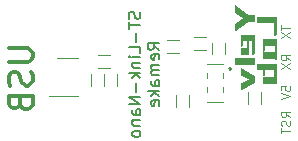
<source format=gbr>
%TF.GenerationSoftware,KiCad,Pcbnew,(6.0.2)*%
%TF.CreationDate,2022-04-18T15:37:34+08:00*%
%TF.ProjectId,ST-Link-Hulk,53542d4c-696e-46b2-9d48-756c6b2e6b69,V0.1*%
%TF.SameCoordinates,Original*%
%TF.FileFunction,Legend,Bot*%
%TF.FilePolarity,Positive*%
%FSLAX46Y46*%
G04 Gerber Fmt 4.6, Leading zero omitted, Abs format (unit mm)*
G04 Created by KiCad (PCBNEW (6.0.2)) date 2022-04-18 15:37:34*
%MOMM*%
%LPD*%
G01*
G04 APERTURE LIST*
%ADD10C,0.300000*%
%ADD11C,0.101600*%
%ADD12C,0.150000*%
%ADD13C,0.125000*%
%ADD14C,0.120000*%
%ADD15C,0.100000*%
%ADD16C,0.200000*%
G04 APERTURE END LIST*
D10*
X906561Y8723010D02*
X2525609Y8723010D01*
X2716085Y8627772D01*
X2811323Y8532534D01*
X2906561Y8342058D01*
X2906561Y7961105D01*
X2811323Y7770629D01*
X2716085Y7675391D01*
X2525609Y7580153D01*
X906561Y7580153D01*
X2811323Y6723010D02*
X2906561Y6437296D01*
X2906561Y5961105D01*
X2811323Y5770629D01*
X2716085Y5675391D01*
X2525609Y5580153D01*
X2335133Y5580153D01*
X2144657Y5675391D01*
X2049419Y5770629D01*
X1954180Y5961105D01*
X1858942Y6342058D01*
X1763704Y6532534D01*
X1668466Y6627772D01*
X1477990Y6723010D01*
X1287514Y6723010D01*
X1097038Y6627772D01*
X1001800Y6532534D01*
X906561Y6342058D01*
X906561Y5865867D01*
X1001800Y5580153D01*
X1858942Y4056343D02*
X1954180Y3770629D01*
X2049419Y3675391D01*
X2239895Y3580153D01*
X2525609Y3580153D01*
X2716085Y3675391D01*
X2811323Y3770629D01*
X2906561Y3961105D01*
X2906561Y4723010D01*
X906561Y4723010D01*
X906561Y4056343D01*
X1001800Y3865867D01*
X1097038Y3770629D01*
X1287514Y3675391D01*
X1477990Y3675391D01*
X1668466Y3770629D01*
X1763704Y3865867D01*
X1858942Y4056343D01*
X1858942Y4723010D01*
D11*
X24749314Y7710500D02*
X24386457Y7964500D01*
X24749314Y8145929D02*
X23987314Y8145929D01*
X23987314Y7855643D01*
X24023600Y7783072D01*
X24059885Y7746786D01*
X24132457Y7710500D01*
X24241314Y7710500D01*
X24313885Y7746786D01*
X24350171Y7783072D01*
X24386457Y7855643D01*
X24386457Y8145929D01*
X23987314Y7456500D02*
X24749314Y6948500D01*
X23987314Y6948500D02*
X24749314Y7456500D01*
X23987314Y5175943D02*
X23987314Y5538800D01*
X24350171Y5575086D01*
X24313885Y5538800D01*
X24277600Y5466229D01*
X24277600Y5284800D01*
X24313885Y5212229D01*
X24350171Y5175943D01*
X24422742Y5139658D01*
X24604171Y5139658D01*
X24676742Y5175943D01*
X24713028Y5212229D01*
X24749314Y5284800D01*
X24749314Y5466229D01*
X24713028Y5538800D01*
X24676742Y5575086D01*
X23987314Y4921943D02*
X24749314Y4667943D01*
X23987314Y4413943D01*
D12*
X11990161Y11815115D02*
X12037780Y11672258D01*
X12037780Y11434162D01*
X11990161Y11338924D01*
X11942542Y11291305D01*
X11847304Y11243686D01*
X11752066Y11243686D01*
X11656828Y11291305D01*
X11609209Y11338924D01*
X11561590Y11434162D01*
X11513971Y11624639D01*
X11466352Y11719877D01*
X11418733Y11767496D01*
X11323495Y11815115D01*
X11228257Y11815115D01*
X11133019Y11767496D01*
X11085400Y11719877D01*
X11037780Y11624639D01*
X11037780Y11386543D01*
X11085400Y11243686D01*
X11037780Y10957972D02*
X11037780Y10386543D01*
X12037780Y10672258D02*
X11037780Y10672258D01*
X11656828Y10053210D02*
X11656828Y9291305D01*
X12037780Y8338924D02*
X12037780Y8815115D01*
X11037780Y8815115D01*
X12037780Y8005591D02*
X11371114Y8005591D01*
X11037780Y8005591D02*
X11085400Y8053210D01*
X11133019Y8005591D01*
X11085400Y7957972D01*
X11037780Y8005591D01*
X11133019Y8005591D01*
X11371114Y7529400D02*
X12037780Y7529400D01*
X11466352Y7529400D02*
X11418733Y7481781D01*
X11371114Y7386543D01*
X11371114Y7243686D01*
X11418733Y7148448D01*
X11513971Y7100829D01*
X12037780Y7100829D01*
X12037780Y6624639D02*
X11037780Y6624639D01*
X11656828Y6529400D02*
X12037780Y6243686D01*
X11371114Y6243686D02*
X11752066Y6624639D01*
X11656828Y5815115D02*
X11656828Y5053210D01*
X12037780Y4577020D02*
X11037780Y4577020D01*
X12037780Y4005591D01*
X11037780Y4005591D01*
X12037780Y3100829D02*
X11513971Y3100829D01*
X11418733Y3148448D01*
X11371114Y3243686D01*
X11371114Y3434162D01*
X11418733Y3529400D01*
X11990161Y3100829D02*
X12037780Y3196067D01*
X12037780Y3434162D01*
X11990161Y3529400D01*
X11894923Y3577020D01*
X11799685Y3577020D01*
X11704447Y3529400D01*
X11656828Y3434162D01*
X11656828Y3196067D01*
X11609209Y3100829D01*
X11371114Y2624639D02*
X12037780Y2624639D01*
X11466352Y2624639D02*
X11418733Y2577020D01*
X11371114Y2481781D01*
X11371114Y2338924D01*
X11418733Y2243686D01*
X11513971Y2196067D01*
X12037780Y2196067D01*
X12037780Y1577020D02*
X11990161Y1672258D01*
X11942542Y1719877D01*
X11847304Y1767496D01*
X11561590Y1767496D01*
X11466352Y1719877D01*
X11418733Y1672258D01*
X11371114Y1577020D01*
X11371114Y1434162D01*
X11418733Y1338924D01*
X11466352Y1291305D01*
X11561590Y1243686D01*
X11847304Y1243686D01*
X11942542Y1291305D01*
X11990161Y1338924D01*
X12037780Y1434162D01*
X12037780Y1577020D01*
X13647780Y8600829D02*
X13171590Y8934162D01*
X13647780Y9172258D02*
X12647780Y9172258D01*
X12647780Y8791305D01*
X12695400Y8696067D01*
X12743019Y8648448D01*
X12838257Y8600829D01*
X12981114Y8600829D01*
X13076352Y8648448D01*
X13123971Y8696067D01*
X13171590Y8791305D01*
X13171590Y9172258D01*
X13600161Y7791305D02*
X13647780Y7886543D01*
X13647780Y8077020D01*
X13600161Y8172258D01*
X13504923Y8219877D01*
X13123971Y8219877D01*
X13028733Y8172258D01*
X12981114Y8077020D01*
X12981114Y7886543D01*
X13028733Y7791305D01*
X13123971Y7743686D01*
X13219209Y7743686D01*
X13314447Y8219877D01*
X13647780Y7315115D02*
X12981114Y7315115D01*
X13076352Y7315115D02*
X13028733Y7267496D01*
X12981114Y7172258D01*
X12981114Y7029400D01*
X13028733Y6934162D01*
X13123971Y6886543D01*
X13647780Y6886543D01*
X13123971Y6886543D02*
X13028733Y6838924D01*
X12981114Y6743686D01*
X12981114Y6600829D01*
X13028733Y6505591D01*
X13123971Y6457972D01*
X13647780Y6457972D01*
X13647780Y5553210D02*
X13123971Y5553210D01*
X13028733Y5600829D01*
X12981114Y5696067D01*
X12981114Y5886543D01*
X13028733Y5981781D01*
X13600161Y5553210D02*
X13647780Y5648448D01*
X13647780Y5886543D01*
X13600161Y5981781D01*
X13504923Y6029400D01*
X13409685Y6029400D01*
X13314447Y5981781D01*
X13266828Y5886543D01*
X13266828Y5648448D01*
X13219209Y5553210D01*
X13647780Y5077020D02*
X12647780Y5077020D01*
X13266828Y4981781D02*
X13647780Y4696067D01*
X12981114Y4696067D02*
X13362066Y5077020D01*
X13600161Y3886543D02*
X13647780Y3981781D01*
X13647780Y4172258D01*
X13600161Y4267496D01*
X13504923Y4315115D01*
X13123971Y4315115D01*
X13028733Y4267496D01*
X12981114Y4172258D01*
X12981114Y3981781D01*
X13028733Y3886543D01*
X13123971Y3838924D01*
X13219209Y3838924D01*
X13314447Y4315115D01*
D11*
X24749314Y2908086D02*
X24386457Y3162086D01*
X24749314Y3343515D02*
X23987314Y3343515D01*
X23987314Y3053229D01*
X24023600Y2980658D01*
X24059885Y2944372D01*
X24132457Y2908086D01*
X24241314Y2908086D01*
X24313885Y2944372D01*
X24350171Y2980658D01*
X24386457Y3053229D01*
X24386457Y3343515D01*
X24713028Y2617800D02*
X24749314Y2508943D01*
X24749314Y2327515D01*
X24713028Y2254943D01*
X24676742Y2218658D01*
X24604171Y2182372D01*
X24531600Y2182372D01*
X24459028Y2218658D01*
X24422742Y2254943D01*
X24386457Y2327515D01*
X24350171Y2472658D01*
X24313885Y2545229D01*
X24277600Y2581515D01*
X24205028Y2617800D01*
X24132457Y2617800D01*
X24059885Y2581515D01*
X24023600Y2545229D01*
X23987314Y2472658D01*
X23987314Y2291229D01*
X24023600Y2182372D01*
X23987314Y1964658D02*
X23987314Y1529229D01*
X24749314Y1746943D02*
X23987314Y1746943D01*
X23987314Y10691372D02*
X23987314Y10255943D01*
X24749314Y10473658D02*
X23987314Y10473658D01*
X23987314Y10074515D02*
X24749314Y9566515D01*
X23987314Y9566515D02*
X24749314Y10074515D01*
D13*
%TO.C,C2*%
X8461400Y8171600D02*
X9461400Y8171600D01*
X9461400Y7071600D02*
X8461400Y7071600D01*
%TO.C,C3*%
X8978000Y6521400D02*
X8978000Y5521400D01*
X7878000Y5521400D02*
X7878000Y6521400D01*
%TO.C,C4*%
X8970200Y5521400D02*
X8970200Y6521400D01*
X10070200Y6521400D02*
X10070200Y5521400D01*
%TO.C,R1*%
X19214200Y9213800D02*
X19214200Y8213800D01*
X18114200Y8213800D02*
X18114200Y9213800D01*
%TO.C,R2*%
X17589400Y8595600D02*
X16589400Y8595600D01*
X16589400Y9695600D02*
X17589400Y9695600D01*
%TO.C,R3*%
X14303400Y9467000D02*
X15303400Y9467000D01*
X15303400Y8367000D02*
X14303400Y8367000D01*
%TO.C,R10*%
X22236800Y4997400D02*
X22236800Y3997400D01*
X21136800Y3997400D02*
X21136800Y4997400D01*
%TO.C,R13*%
X15091600Y3743400D02*
X15091600Y4743400D01*
X16191600Y4743400D02*
X16191600Y3743400D01*
D14*
%TO.C,U2*%
X6762600Y4690800D02*
X4312600Y4690800D01*
X4962600Y7910800D02*
X6762600Y7910800D01*
D15*
%TO.C,Y1*%
X17709400Y5018200D02*
X17709400Y5418200D01*
D16*
X19659400Y6918200D02*
X19659400Y6918200D01*
D15*
X19009400Y7418200D02*
X17709400Y7418200D01*
X19009400Y5018200D02*
X19009400Y5418200D01*
D16*
X19659400Y7118200D02*
X19659400Y7118200D01*
D15*
X17709400Y6218200D02*
X17709400Y6618200D01*
X19009400Y6218200D02*
X19009400Y6618200D01*
X19009400Y4218200D02*
X17709400Y4218200D01*
D16*
X19659400Y7118200D02*
G75*
G03*
X19659400Y6918200I0J-100000D01*
G01*
X19659400Y6918200D02*
G75*
G03*
X19659400Y7118200I0J100000D01*
G01*
%TO.C,G\u002A\u002A\u002A*%
G36*
X20551732Y7063917D02*
G01*
X20555436Y7054786D01*
X20559679Y7047563D01*
X20576020Y7044495D01*
X20576276Y7044494D01*
X20590641Y7042451D01*
X20596603Y7037634D01*
X20600862Y7033121D01*
X20613756Y7030772D01*
X20624945Y7028758D01*
X20630909Y7020481D01*
X20634266Y7013768D01*
X20648062Y7010189D01*
X20659343Y7008486D01*
X20665215Y7003328D01*
X20666376Y7000171D01*
X20675507Y6996467D01*
X20680306Y6995271D01*
X20685798Y6986175D01*
X20689156Y6979462D01*
X20702951Y6975883D01*
X20714140Y6973869D01*
X20720104Y6965591D01*
X20723461Y6958878D01*
X20737257Y6955300D01*
X20748538Y6953596D01*
X20754410Y6948439D01*
X20758669Y6943926D01*
X20771563Y6941577D01*
X20782751Y6939563D01*
X20788716Y6931286D01*
X20789911Y6926486D01*
X20799007Y6920994D01*
X20803742Y6920220D01*
X20809299Y6914133D01*
X20813558Y6909620D01*
X20826452Y6907272D01*
X20837641Y6905257D01*
X20843605Y6896980D01*
X20846962Y6890267D01*
X20860758Y6886688D01*
X20871946Y6884674D01*
X20877911Y6876396D01*
X20881268Y6869683D01*
X20895064Y6866105D01*
X20906345Y6864401D01*
X20912217Y6859244D01*
X20916475Y6854731D01*
X20929369Y6852382D01*
X20940558Y6850368D01*
X20946522Y6842091D01*
X20947718Y6837291D01*
X20956814Y6831799D01*
X20961549Y6831025D01*
X20967106Y6824938D01*
X20971364Y6820425D01*
X20984259Y6818077D01*
X20995447Y6816062D01*
X21001412Y6807785D01*
X21004769Y6801072D01*
X21018564Y6797493D01*
X21029753Y6795479D01*
X21035717Y6787201D01*
X21039198Y6780404D01*
X21053360Y6776910D01*
X21069849Y6773367D01*
X21084584Y6763195D01*
X21090607Y6749955D01*
X21094868Y6745119D01*
X21107760Y6742604D01*
X21119041Y6740900D01*
X21124912Y6735743D01*
X21124914Y6735657D01*
X21131044Y6730869D01*
X21145496Y6728882D01*
X21159943Y6726761D01*
X21166079Y6718590D01*
X21169437Y6711877D01*
X21183232Y6708298D01*
X21194421Y6706284D01*
X21200385Y6698006D01*
X21203742Y6691293D01*
X21217538Y6687715D01*
X21228819Y6686011D01*
X21234691Y6680853D01*
X21235852Y6677697D01*
X21244983Y6673992D01*
X21249782Y6672797D01*
X21255274Y6663701D01*
X21258632Y6656988D01*
X21272427Y6653409D01*
X21283709Y6651705D01*
X21289580Y6646548D01*
X21293839Y6642035D01*
X21306733Y6639687D01*
X21317922Y6637672D01*
X21323886Y6629395D01*
X21327243Y6622682D01*
X21341039Y6619103D01*
X21352227Y6617089D01*
X21358192Y6608811D01*
X21359387Y6604012D01*
X21368483Y6598520D01*
X21373218Y6597746D01*
X21378775Y6591658D01*
X21383034Y6587146D01*
X21395928Y6584797D01*
X21407117Y6582783D01*
X21413081Y6574506D01*
X21416438Y6567792D01*
X21430234Y6564214D01*
X21441515Y6562510D01*
X21447387Y6557353D01*
X21451645Y6552840D01*
X21464540Y6550492D01*
X21475728Y6548477D01*
X21481693Y6540200D01*
X21485935Y6532976D01*
X21502276Y6529908D01*
X21502539Y6529907D01*
X21516900Y6527718D01*
X21522859Y6522557D01*
X21527373Y6511289D01*
X21540474Y6500269D01*
X21556675Y6495602D01*
X21565120Y6493681D01*
X21570888Y6485311D01*
X21575130Y6478087D01*
X21591471Y6475019D01*
X21591727Y6475018D01*
X21606092Y6472975D01*
X21612054Y6468158D01*
X21616313Y6463645D01*
X21629207Y6461296D01*
X21640492Y6459470D01*
X21646360Y6453945D01*
X21650874Y6442677D01*
X21663975Y6431657D01*
X21680176Y6426991D01*
X21688621Y6425069D01*
X21694388Y6416699D01*
X21698631Y6409476D01*
X21714972Y6406407D01*
X21735555Y6406407D01*
X21735555Y6104516D01*
X21735516Y6035994D01*
X21735361Y5974769D01*
X21735051Y5925047D01*
X21734547Y5885679D01*
X21733811Y5855518D01*
X21732802Y5833415D01*
X21731482Y5818223D01*
X21729812Y5808792D01*
X21727752Y5803976D01*
X21725264Y5802625D01*
X21720464Y5801430D01*
X21714972Y5792334D01*
X21711615Y5785621D01*
X21697819Y5782042D01*
X21686538Y5780339D01*
X21680666Y5775181D01*
X21676407Y5770668D01*
X21663513Y5768320D01*
X21652325Y5766305D01*
X21646360Y5758028D01*
X21643003Y5751315D01*
X21629207Y5747736D01*
X21618019Y5745722D01*
X21612054Y5737445D01*
X21608574Y5730647D01*
X21594412Y5727153D01*
X21577923Y5723610D01*
X21563188Y5713438D01*
X21557165Y5700198D01*
X21552904Y5695362D01*
X21540012Y5692847D01*
X21528731Y5691144D01*
X21522859Y5685986D01*
X21522858Y5685900D01*
X21516728Y5681112D01*
X21502276Y5679125D01*
X21487829Y5677004D01*
X21481693Y5668833D01*
X21478335Y5662120D01*
X21464540Y5658541D01*
X21453255Y5656715D01*
X21447387Y5651190D01*
X21442491Y5639258D01*
X21428435Y5628594D01*
X21410140Y5624235D01*
X21398488Y5622205D01*
X21392498Y5613944D01*
X21389140Y5607231D01*
X21375345Y5603652D01*
X21364063Y5601949D01*
X21358192Y5596791D01*
X21353933Y5592278D01*
X21341039Y5589930D01*
X21329850Y5587915D01*
X21323886Y5579638D01*
X21320529Y5572925D01*
X21306733Y5569346D01*
X21295545Y5567332D01*
X21289580Y5559054D01*
X21288385Y5554255D01*
X21279288Y5548763D01*
X21274554Y5547989D01*
X21268997Y5541902D01*
X21264738Y5537389D01*
X21251844Y5535040D01*
X21240655Y5533026D01*
X21234691Y5524749D01*
X21231334Y5518036D01*
X21217538Y5514457D01*
X21206257Y5512753D01*
X21200385Y5507596D01*
X21196126Y5503083D01*
X21183232Y5500735D01*
X21172044Y5498720D01*
X21166079Y5490443D01*
X21164884Y5485643D01*
X21155788Y5480151D01*
X21150988Y5478956D01*
X21145496Y5469859D01*
X21142139Y5463146D01*
X21128343Y5459568D01*
X21117062Y5457864D01*
X21111190Y5452707D01*
X21106931Y5448194D01*
X21094037Y5445845D01*
X21082849Y5443831D01*
X21076884Y5435554D01*
X21072642Y5428330D01*
X21056301Y5425262D01*
X21056045Y5425261D01*
X21041680Y5423218D01*
X21035717Y5418401D01*
X21031459Y5413888D01*
X21018564Y5411540D01*
X21007376Y5409525D01*
X21001412Y5401248D01*
X21000638Y5396513D01*
X20994550Y5390956D01*
X20991394Y5389795D01*
X20987689Y5380664D01*
X20983447Y5373441D01*
X20967106Y5370373D01*
X20966850Y5370372D01*
X20952484Y5368329D01*
X20946522Y5363511D01*
X20942264Y5358999D01*
X20929369Y5356650D01*
X20918181Y5354636D01*
X20912217Y5346359D01*
X20908859Y5339646D01*
X20895064Y5336067D01*
X20883782Y5334363D01*
X20877911Y5329206D01*
X20873652Y5324693D01*
X20860758Y5322345D01*
X20849569Y5320330D01*
X20843605Y5312053D01*
X20842410Y5307253D01*
X20833313Y5301761D01*
X20828514Y5300566D01*
X20823022Y5291469D01*
X20819664Y5284756D01*
X20805869Y5281178D01*
X20794587Y5279474D01*
X20788716Y5274316D01*
X20784457Y5269804D01*
X20771563Y5267455D01*
X20760374Y5265441D01*
X20754410Y5257164D01*
X20751053Y5250450D01*
X20737257Y5246872D01*
X20725976Y5245168D01*
X20720104Y5240011D01*
X20718943Y5236854D01*
X20709812Y5233150D01*
X20705013Y5231954D01*
X20699521Y5222858D01*
X20696164Y5216145D01*
X20682368Y5212566D01*
X20671087Y5210863D01*
X20665215Y5205705D01*
X20660956Y5201192D01*
X20648062Y5198844D01*
X20636874Y5196829D01*
X20630909Y5188552D01*
X20627552Y5181839D01*
X20613756Y5178260D01*
X20602568Y5176246D01*
X20596603Y5167969D01*
X20592361Y5160745D01*
X20576020Y5157677D01*
X20575764Y5157676D01*
X20561399Y5155633D01*
X20555436Y5150816D01*
X20555237Y5149176D01*
X20548575Y5143955D01*
X20546943Y5149391D01*
X20545368Y5168244D01*
X20544067Y5200340D01*
X20543046Y5245429D01*
X20542310Y5303259D01*
X20541864Y5373579D01*
X20541714Y5456137D01*
X20541714Y5768320D01*
X20558867Y5768320D01*
X20570148Y5770023D01*
X20576020Y5775181D01*
X20580279Y5779693D01*
X20593173Y5782042D01*
X20604361Y5784056D01*
X20610326Y5792334D01*
X20613683Y5799047D01*
X20627479Y5802625D01*
X20638760Y5804329D01*
X20644631Y5809487D01*
X20644633Y5809572D01*
X20650763Y5814360D01*
X20665215Y5816348D01*
X20679662Y5818469D01*
X20685798Y5826640D01*
X20689156Y5833353D01*
X20702951Y5836931D01*
X20714233Y5838635D01*
X20720104Y5843792D01*
X20724363Y5848305D01*
X20737257Y5850654D01*
X20748446Y5852668D01*
X20754410Y5860945D01*
X20757767Y5867658D01*
X20771563Y5871237D01*
X20782751Y5873251D01*
X20788716Y5881529D01*
X20792073Y5888242D01*
X20805869Y5891821D01*
X20817150Y5893524D01*
X20823022Y5898682D01*
X20823023Y5898767D01*
X20829153Y5903555D01*
X20843605Y5905543D01*
X20858052Y5907664D01*
X20864188Y5915835D01*
X20867546Y5922548D01*
X20881341Y5926126D01*
X20892623Y5927830D01*
X20898494Y5932987D01*
X20902753Y5937500D01*
X20915647Y5939849D01*
X20926836Y5941863D01*
X20932800Y5950140D01*
X20936157Y5956853D01*
X20949953Y5960432D01*
X20961141Y5962446D01*
X20967106Y5970724D01*
X20970463Y5977437D01*
X20984259Y5981016D01*
X20995540Y5982719D01*
X21001412Y5987877D01*
X21005670Y5992389D01*
X21018564Y5994738D01*
X21029753Y5996752D01*
X21035717Y6005030D01*
X21039198Y6011827D01*
X21053360Y6015321D01*
X21069849Y6018864D01*
X21084584Y6029036D01*
X21090607Y6042276D01*
X21094868Y6047112D01*
X21107760Y6049627D01*
X21118948Y6051641D01*
X21124912Y6059919D01*
X21129155Y6067142D01*
X21145496Y6070211D01*
X21145752Y6070211D01*
X21160117Y6072254D01*
X21166079Y6077072D01*
X21170338Y6081584D01*
X21183232Y6083933D01*
X21186393Y6084005D01*
X21197551Y6088029D01*
X21200385Y6101086D01*
X21200313Y6104247D01*
X21196289Y6115405D01*
X21183232Y6118239D01*
X21172044Y6120253D01*
X21166079Y6128530D01*
X21161837Y6135754D01*
X21145496Y6138822D01*
X21131049Y6140943D01*
X21124912Y6149114D01*
X21121555Y6155827D01*
X21107760Y6159406D01*
X21096478Y6161109D01*
X21090607Y6166267D01*
X21086348Y6170779D01*
X21073454Y6173128D01*
X21062265Y6175142D01*
X21056301Y6183420D01*
X21052944Y6190133D01*
X21039148Y6193711D01*
X21027867Y6195415D01*
X21021995Y6200573D01*
X21017736Y6205085D01*
X21004842Y6207434D01*
X20993654Y6209448D01*
X20987689Y6217725D01*
X20986494Y6222525D01*
X20977398Y6228017D01*
X20972598Y6229213D01*
X20967106Y6238309D01*
X20963749Y6245022D01*
X20949953Y6248601D01*
X20938672Y6250304D01*
X20932800Y6255462D01*
X20928541Y6259974D01*
X20915647Y6262323D01*
X20904459Y6264337D01*
X20898494Y6272615D01*
X20895137Y6279328D01*
X20881341Y6282906D01*
X20870060Y6284610D01*
X20864188Y6289768D01*
X20864187Y6289853D01*
X20858057Y6294641D01*
X20843605Y6296629D01*
X20829158Y6298750D01*
X20823022Y6306920D01*
X20819664Y6313634D01*
X20805869Y6317212D01*
X20794680Y6319227D01*
X20788716Y6327504D01*
X20785359Y6334217D01*
X20771563Y6337796D01*
X20760282Y6339499D01*
X20754410Y6344657D01*
X20750151Y6349169D01*
X20737257Y6351518D01*
X20726069Y6353532D01*
X20720104Y6361810D01*
X20716747Y6368523D01*
X20702951Y6372101D01*
X20691670Y6373805D01*
X20685798Y6378963D01*
X20685797Y6379048D01*
X20679667Y6383836D01*
X20665215Y6385824D01*
X20650768Y6387945D01*
X20644631Y6396115D01*
X20641274Y6402829D01*
X20627479Y6406407D01*
X20616194Y6408234D01*
X20610326Y6413758D01*
X20605430Y6425691D01*
X20591374Y6436355D01*
X20573079Y6440713D01*
X20561427Y6442744D01*
X20555436Y6451005D01*
X20554662Y6455739D01*
X20548575Y6461296D01*
X20547111Y6465481D01*
X20545487Y6482855D01*
X20544145Y6513478D01*
X20543090Y6557087D01*
X20542330Y6613417D01*
X20541869Y6682205D01*
X20541714Y6763187D01*
X20541809Y6827622D01*
X20542204Y6899079D01*
X20542900Y6958135D01*
X20543891Y7004527D01*
X20545171Y7037991D01*
X20546735Y7058262D01*
X20548575Y7065078D01*
X20551732Y7063917D01*
G37*
G36*
X20037145Y12422480D02*
G01*
X20040850Y12413349D01*
X20042045Y12408550D01*
X20051141Y12403058D01*
X20055876Y12402284D01*
X20061433Y12396197D01*
X20065692Y12391684D01*
X20078586Y12389335D01*
X20089775Y12387321D01*
X20095739Y12379044D01*
X20096934Y12374244D01*
X20106031Y12368752D01*
X20110773Y12367920D01*
X20116322Y12361401D01*
X20120836Y12350133D01*
X20133937Y12339112D01*
X20150138Y12334446D01*
X20158583Y12332525D01*
X20164351Y12324154D01*
X20165546Y12319355D01*
X20174642Y12313863D01*
X20179377Y12313089D01*
X20184934Y12307002D01*
X20186095Y12303845D01*
X20195226Y12300140D01*
X20200025Y12298945D01*
X20205517Y12289849D01*
X20208875Y12283136D01*
X20222670Y12279557D01*
X20233955Y12277731D01*
X20239823Y12272206D01*
X20244084Y12261855D01*
X20255139Y12250448D01*
X20266778Y12245251D01*
X20270165Y12244086D01*
X20274129Y12234959D01*
X20277486Y12228246D01*
X20291282Y12224668D01*
X20302563Y12222964D01*
X20308435Y12217806D01*
X20309596Y12214650D01*
X20318727Y12210945D01*
X20323526Y12209750D01*
X20329018Y12200654D01*
X20329792Y12195919D01*
X20335879Y12190362D01*
X20339036Y12189201D01*
X20342741Y12180070D01*
X20346098Y12173357D01*
X20359894Y12169778D01*
X20371175Y12168075D01*
X20377046Y12162917D01*
X20378208Y12159761D01*
X20387338Y12156056D01*
X20392138Y12154861D01*
X20397630Y12145764D01*
X20398462Y12141022D01*
X20404981Y12135473D01*
X20415332Y12131212D01*
X20426739Y12120157D01*
X20431936Y12108518D01*
X20436197Y12103682D01*
X20449089Y12101167D01*
X20460277Y12099152D01*
X20466241Y12090875D01*
X20467437Y12086075D01*
X20476533Y12080583D01*
X20481268Y12079809D01*
X20486825Y12073722D01*
X20487986Y12070566D01*
X20497117Y12066861D01*
X20501916Y12065666D01*
X20507408Y12056569D01*
X20510062Y12050454D01*
X20521621Y12046278D01*
X20535757Y12042680D01*
X20549582Y12032237D01*
X20555436Y12019323D01*
X20556602Y12015936D01*
X20565728Y12011972D01*
X20570528Y12010776D01*
X20576020Y12001680D01*
X20579377Y11994967D01*
X20593173Y11991388D01*
X20604454Y11989685D01*
X20610326Y11984527D01*
X20611487Y11981371D01*
X20620617Y11977666D01*
X20625360Y11976834D01*
X20630909Y11970315D01*
X20635805Y11958382D01*
X20649861Y11947719D01*
X20668155Y11943360D01*
X20679915Y11941477D01*
X20685798Y11936009D01*
X20690059Y11925659D01*
X20701114Y11914252D01*
X20712753Y11909054D01*
X20716140Y11907889D01*
X20720104Y11898763D01*
X20723461Y11892050D01*
X20737257Y11888471D01*
X20748446Y11886457D01*
X20754410Y11878179D01*
X20755242Y11873437D01*
X20761761Y11867888D01*
X20772112Y11863626D01*
X20783519Y11852572D01*
X20788716Y11840933D01*
X20792977Y11836097D01*
X20805869Y11833582D01*
X20817150Y11831878D01*
X20823022Y11826721D01*
X20824183Y11823564D01*
X20833313Y11819859D01*
X20838113Y11818664D01*
X20843605Y11809568D01*
X20844800Y11804768D01*
X20853897Y11799276D01*
X20858696Y11798081D01*
X20864188Y11788984D01*
X20866842Y11782869D01*
X20878401Y11778692D01*
X20892537Y11775095D01*
X20906363Y11764652D01*
X20912217Y11751738D01*
X20913382Y11748351D01*
X20922508Y11744387D01*
X20927243Y11743613D01*
X20932800Y11737526D01*
X20937059Y11733013D01*
X20949953Y11730664D01*
X20961141Y11728650D01*
X20967106Y11720373D01*
X20968301Y11715573D01*
X20977398Y11710081D01*
X20982140Y11709249D01*
X20987689Y11702730D01*
X20992203Y11691462D01*
X21005304Y11680441D01*
X21021505Y11675775D01*
X21029950Y11673854D01*
X21035717Y11665483D01*
X21036913Y11660684D01*
X21046009Y11655192D01*
X21050744Y11654418D01*
X21056301Y11648331D01*
X21057462Y11645174D01*
X21066593Y11641469D01*
X21071392Y11640274D01*
X21076884Y11631178D01*
X21080242Y11624465D01*
X21094037Y11620886D01*
X21105322Y11619060D01*
X21111190Y11613535D01*
X21115451Y11603184D01*
X21126505Y11591777D01*
X21138145Y11586580D01*
X21141532Y11585415D01*
X21145496Y11576288D01*
X21148853Y11569575D01*
X21162649Y11565997D01*
X21173930Y11564293D01*
X21179802Y11559135D01*
X21181649Y11558108D01*
X21195475Y11556356D01*
X21222568Y11554906D01*
X21262633Y11553766D01*
X21315370Y11552942D01*
X21380485Y11552442D01*
X21457678Y11552274D01*
X21735555Y11552274D01*
X21735555Y10962215D01*
X21450817Y10962215D01*
X21404389Y10962196D01*
X21341774Y10962071D01*
X21290948Y10961791D01*
X21250732Y10961314D01*
X21219944Y10960598D01*
X21197403Y10959598D01*
X21181927Y10958274D01*
X21172335Y10956582D01*
X21167446Y10954479D01*
X21166079Y10951923D01*
X21164884Y10947124D01*
X21155788Y10941631D01*
X21151053Y10940857D01*
X21145496Y10934770D01*
X21141237Y10930258D01*
X21128343Y10927909D01*
X21117155Y10925895D01*
X21111190Y10917617D01*
X21109995Y10912818D01*
X21100898Y10907326D01*
X21096164Y10906552D01*
X21090607Y10900464D01*
X21086348Y10895952D01*
X21073454Y10893603D01*
X21062265Y10891589D01*
X21056301Y10883312D01*
X21055105Y10878512D01*
X21046009Y10873020D01*
X21041267Y10872188D01*
X21035717Y10865669D01*
X21031204Y10854401D01*
X21018103Y10843380D01*
X21001902Y10838714D01*
X20993456Y10836793D01*
X20987689Y10828422D01*
X20986494Y10823623D01*
X20977398Y10818131D01*
X20972663Y10817357D01*
X20967106Y10811269D01*
X20965945Y10808113D01*
X20956814Y10804408D01*
X20952014Y10803213D01*
X20946522Y10794117D01*
X20943165Y10787403D01*
X20929369Y10783825D01*
X20918085Y10781999D01*
X20912217Y10776474D01*
X20907956Y10766123D01*
X20896901Y10754716D01*
X20885262Y10749519D01*
X20881875Y10748354D01*
X20877911Y10739227D01*
X20874554Y10732514D01*
X20860758Y10728936D01*
X20849477Y10727232D01*
X20843605Y10722074D01*
X20842444Y10718918D01*
X20833313Y10715213D01*
X20828571Y10714381D01*
X20823022Y10707862D01*
X20818508Y10696594D01*
X20805407Y10685574D01*
X20789206Y10680908D01*
X20780761Y10678986D01*
X20774993Y10670616D01*
X20773798Y10665816D01*
X20764702Y10660324D01*
X20759902Y10659129D01*
X20754410Y10650032D01*
X20751053Y10643319D01*
X20737257Y10639741D01*
X20725976Y10638037D01*
X20720104Y10632879D01*
X20718943Y10629723D01*
X20709812Y10626018D01*
X20705070Y10625186D01*
X20699521Y10618667D01*
X20694625Y10606735D01*
X20680569Y10596071D01*
X20662274Y10591712D01*
X20650622Y10589682D01*
X20644631Y10581421D01*
X20643857Y10576686D01*
X20637770Y10571129D01*
X20634614Y10569968D01*
X20630909Y10560837D01*
X20629714Y10556038D01*
X20620617Y10550546D01*
X20615883Y10549771D01*
X20610326Y10543684D01*
X20606067Y10539172D01*
X20593173Y10536823D01*
X20581984Y10534809D01*
X20576020Y10526531D01*
X20575188Y10521789D01*
X20568669Y10516240D01*
X20558318Y10511979D01*
X20546911Y10500925D01*
X20541714Y10489285D01*
X20537453Y10484449D01*
X20524561Y10481934D01*
X20513373Y10479920D01*
X20507408Y10471642D01*
X20506213Y10466843D01*
X20497117Y10461351D01*
X20492382Y10460576D01*
X20486825Y10454489D01*
X20482566Y10449977D01*
X20469672Y10447628D01*
X20458484Y10445614D01*
X20452519Y10437336D01*
X20451687Y10432594D01*
X20445168Y10427045D01*
X20434817Y10422784D01*
X20423410Y10411729D01*
X20418213Y10400090D01*
X20418212Y10399996D01*
X20412080Y10394867D01*
X20397630Y10392739D01*
X20397367Y10392738D01*
X20383006Y10390548D01*
X20377046Y10385388D01*
X20372785Y10375037D01*
X20361731Y10363630D01*
X20350092Y10358433D01*
X20346704Y10357268D01*
X20342741Y10348141D01*
X20339383Y10341428D01*
X20325588Y10337850D01*
X20314306Y10336146D01*
X20308435Y10330989D01*
X20307274Y10327832D01*
X20298143Y10324127D01*
X20293343Y10322932D01*
X20287851Y10313836D01*
X20287077Y10309101D01*
X20280990Y10303544D01*
X20277834Y10302383D01*
X20274129Y10293252D01*
X20270772Y10286539D01*
X20256976Y10282960D01*
X20245695Y10281257D01*
X20239823Y10276099D01*
X20238662Y10272943D01*
X20229532Y10269238D01*
X20224789Y10268406D01*
X20219240Y10261887D01*
X20214344Y10249955D01*
X20200288Y10239291D01*
X20181994Y10234932D01*
X20170341Y10232902D01*
X20164351Y10224641D01*
X20163576Y10219906D01*
X20157489Y10214349D01*
X20154333Y10213188D01*
X20150628Y10204057D01*
X20147271Y10197344D01*
X20133475Y10193765D01*
X20122194Y10192062D01*
X20116322Y10186904D01*
X20115161Y10183748D01*
X20106031Y10180043D01*
X20101231Y10178848D01*
X20095739Y10169751D01*
X20094544Y10164952D01*
X20085447Y10159460D01*
X20080713Y10158686D01*
X20075156Y10152598D01*
X20070897Y10148086D01*
X20058003Y10145737D01*
X20046814Y10143723D01*
X20040850Y10135446D01*
X20040076Y10130711D01*
X20033989Y10125154D01*
X20033853Y10125189D01*
X20032098Y10132985D01*
X20030599Y10154250D01*
X20029362Y10188754D01*
X20028392Y10236263D01*
X20027693Y10296543D01*
X20027270Y10369363D01*
X20027127Y10454489D01*
X20027128Y10460994D01*
X20027291Y10545246D01*
X20027734Y10617175D01*
X20028452Y10676548D01*
X20029442Y10723132D01*
X20030698Y10756695D01*
X20032215Y10777004D01*
X20033989Y10783825D01*
X20037145Y10784986D01*
X20040850Y10794117D01*
X20042045Y10798916D01*
X20051141Y10804408D01*
X20055876Y10805182D01*
X20061433Y10811269D01*
X20065692Y10815782D01*
X20078586Y10818131D01*
X20089775Y10820145D01*
X20095739Y10828422D01*
X20096934Y10833222D01*
X20106031Y10838714D01*
X20110765Y10839488D01*
X20116322Y10845575D01*
X20120581Y10850088D01*
X20133475Y10852436D01*
X20144664Y10854451D01*
X20150628Y10862728D01*
X20151402Y10867463D01*
X20157489Y10873020D01*
X20160646Y10874181D01*
X20164351Y10883312D01*
X20167831Y10890109D01*
X20181994Y10893603D01*
X20198482Y10897146D01*
X20213217Y10907318D01*
X20219240Y10920558D01*
X20223501Y10925394D01*
X20236393Y10927909D01*
X20247674Y10929613D01*
X20253546Y10934770D01*
X20254707Y10937927D01*
X20263837Y10941631D01*
X20268637Y10942827D01*
X20274129Y10951923D01*
X20277486Y10958636D01*
X20291282Y10962215D01*
X20302470Y10964229D01*
X20308435Y10972507D01*
X20309630Y10977306D01*
X20318727Y10982798D01*
X20323461Y10983572D01*
X20329018Y10989660D01*
X20333277Y10994172D01*
X20346171Y10996521D01*
X20357456Y10998347D01*
X20363324Y11003872D01*
X20368220Y11015804D01*
X20382276Y11026468D01*
X20400570Y11030826D01*
X20412223Y11032857D01*
X20418213Y11041118D01*
X20418987Y11045853D01*
X20425074Y11051410D01*
X20428231Y11052571D01*
X20431936Y11061702D01*
X20435293Y11068415D01*
X20449089Y11071993D01*
X20460370Y11073697D01*
X20466241Y11078855D01*
X20467403Y11082011D01*
X20476533Y11085716D01*
X20481333Y11086911D01*
X20486825Y11096007D01*
X20490182Y11102721D01*
X20503978Y11106299D01*
X20515259Y11108003D01*
X20521131Y11113160D01*
X20522292Y11116317D01*
X20531422Y11120021D01*
X20536222Y11121217D01*
X20541714Y11130313D01*
X20545071Y11137026D01*
X20558867Y11140605D01*
X20570056Y11142619D01*
X20576020Y11150897D01*
X20577215Y11155696D01*
X20586312Y11161188D01*
X20591046Y11161963D01*
X20596603Y11168050D01*
X20600862Y11172562D01*
X20613756Y11174911D01*
X20625041Y11176737D01*
X20630909Y11182262D01*
X20635805Y11194194D01*
X20649861Y11204858D01*
X20668155Y11209217D01*
X20679808Y11211247D01*
X20685798Y11219508D01*
X20686573Y11224243D01*
X20692660Y11229800D01*
X20695816Y11230961D01*
X20699521Y11240092D01*
X20702878Y11246805D01*
X20716674Y11250383D01*
X20727955Y11252087D01*
X20733827Y11257245D01*
X20733627Y11258885D01*
X20726965Y11264106D01*
X20723809Y11265267D01*
X20720104Y11274398D01*
X20718909Y11279197D01*
X20709812Y11284689D01*
X20705078Y11285463D01*
X20699521Y11291550D01*
X20695262Y11296063D01*
X20682368Y11298412D01*
X20671179Y11300426D01*
X20665215Y11308703D01*
X20664020Y11313503D01*
X20654923Y11318995D01*
X20650189Y11319769D01*
X20644631Y11325856D01*
X20640373Y11330369D01*
X20627479Y11332717D01*
X20616290Y11334732D01*
X20610326Y11343009D01*
X20609552Y11347744D01*
X20603465Y11353301D01*
X20600308Y11354462D01*
X20596603Y11363593D01*
X20595408Y11368392D01*
X20586312Y11373884D01*
X20581577Y11374658D01*
X20576020Y11380745D01*
X20571761Y11385258D01*
X20558867Y11387607D01*
X20547679Y11389621D01*
X20541714Y11397898D01*
X20540519Y11402698D01*
X20531422Y11408190D01*
X20526688Y11408964D01*
X20521131Y11415051D01*
X20516872Y11419564D01*
X20503978Y11421912D01*
X20492789Y11423927D01*
X20486825Y11432204D01*
X20485629Y11437004D01*
X20476533Y11442496D01*
X20471734Y11443691D01*
X20466241Y11452788D01*
X20463588Y11458903D01*
X20452029Y11463079D01*
X20437893Y11466677D01*
X20424067Y11477120D01*
X20418213Y11490034D01*
X20413695Y11494934D01*
X20400570Y11497385D01*
X20384082Y11500928D01*
X20369347Y11511100D01*
X20363324Y11524340D01*
X20359063Y11529176D01*
X20346171Y11531691D01*
X20334983Y11533705D01*
X20329018Y11541983D01*
X20327823Y11546782D01*
X20318727Y11552274D01*
X20313992Y11553048D01*
X20308435Y11559135D01*
X20307274Y11562292D01*
X20298143Y11565997D01*
X20293343Y11567192D01*
X20287851Y11576288D01*
X20285198Y11582404D01*
X20273639Y11586580D01*
X20259503Y11590178D01*
X20245677Y11600621D01*
X20239823Y11613535D01*
X20235562Y11618371D01*
X20222670Y11620886D01*
X20211482Y11622900D01*
X20205517Y11631178D01*
X20204322Y11635977D01*
X20195226Y11641469D01*
X20190491Y11642243D01*
X20184934Y11648331D01*
X20180675Y11652843D01*
X20167781Y11655192D01*
X20156593Y11657206D01*
X20150628Y11665483D01*
X20149433Y11670283D01*
X20140337Y11675775D01*
X20135602Y11676549D01*
X20130045Y11682636D01*
X20125786Y11687149D01*
X20112892Y11689497D01*
X20101703Y11691512D01*
X20095739Y11699789D01*
X20094544Y11704589D01*
X20085447Y11710081D01*
X20080648Y11711276D01*
X20075156Y11720373D01*
X20072502Y11726488D01*
X20060943Y11730664D01*
X20056062Y11730678D01*
X20049336Y11731244D01*
X20043743Y11733441D01*
X20039178Y11738369D01*
X20035536Y11747126D01*
X20032713Y11760813D01*
X20030605Y11780527D01*
X20029108Y11807368D01*
X20028117Y11842436D01*
X20027527Y11886829D01*
X20027236Y11941647D01*
X20027137Y12007989D01*
X20027127Y12086954D01*
X20027130Y12100392D01*
X20027310Y12184799D01*
X20027764Y12256839D01*
X20028488Y12316286D01*
X20029477Y12362916D01*
X20030726Y12396502D01*
X20032232Y12416819D01*
X20033989Y12423641D01*
X20037145Y12422480D01*
G37*
G36*
X21735555Y7312080D02*
G01*
X20027127Y7312080D01*
X20027127Y7902139D01*
X21735555Y7902139D01*
X21735555Y7312080D01*
G37*
G36*
X23601790Y5747736D02*
G01*
X22407949Y5747736D01*
X22407949Y6324563D01*
X22428532Y6324563D01*
X22428739Y6324228D01*
X22435978Y6322693D01*
X22453838Y6321360D01*
X22482707Y6320224D01*
X22522973Y6319279D01*
X22575023Y6318519D01*
X22639245Y6317938D01*
X22716025Y6317531D01*
X22805752Y6317291D01*
X22908813Y6317212D01*
X23389094Y6317212D01*
X23389094Y6886688D01*
X22620644Y6886688D01*
X22620644Y6691145D01*
X22620579Y6656886D01*
X22620096Y6600126D01*
X22619158Y6555130D01*
X22617781Y6522385D01*
X22615984Y6502379D01*
X22613783Y6495602D01*
X22610627Y6494441D01*
X22606922Y6485311D01*
X22606090Y6480568D01*
X22599571Y6475019D01*
X22589220Y6470758D01*
X22577813Y6459704D01*
X22572616Y6448064D01*
X22571451Y6444677D01*
X22562325Y6440713D01*
X22557590Y6439939D01*
X22552033Y6433852D01*
X22547774Y6429339D01*
X22534880Y6426991D01*
X22523692Y6424976D01*
X22517727Y6416699D01*
X22516532Y6411899D01*
X22507435Y6406407D01*
X22502693Y6405575D01*
X22497144Y6399056D01*
X22492883Y6388706D01*
X22481828Y6377299D01*
X22470189Y6372101D01*
X22466802Y6370936D01*
X22462838Y6361810D01*
X22462006Y6357067D01*
X22455487Y6351518D01*
X22445136Y6347257D01*
X22433729Y6336203D01*
X22428532Y6324563D01*
X22407949Y6324563D01*
X22407949Y6886688D01*
X21893362Y6886688D01*
X21893362Y7435581D01*
X23601790Y7435581D01*
X23601790Y5747736D01*
G37*
G36*
X23622373Y10616113D02*
G01*
X23622351Y10497320D01*
X23622291Y10391398D01*
X23622182Y10297627D01*
X23622016Y10215290D01*
X23621783Y10143667D01*
X23621473Y10082042D01*
X23621077Y10029694D01*
X23620585Y9985907D01*
X23619989Y9949961D01*
X23619278Y9921139D01*
X23618443Y9898722D01*
X23617475Y9881991D01*
X23616365Y9870229D01*
X23615102Y9862717D01*
X23613677Y9858736D01*
X23612082Y9857569D01*
X23607347Y9856795D01*
X23601790Y9850708D01*
X23597531Y9846195D01*
X23584637Y9843846D01*
X23573448Y9841832D01*
X23567484Y9833555D01*
X23564127Y9826842D01*
X23550331Y9823263D01*
X23539143Y9821249D01*
X23533178Y9812971D01*
X23531983Y9808172D01*
X23522886Y9802680D01*
X23518152Y9801905D01*
X23512595Y9795818D01*
X23508336Y9791306D01*
X23495442Y9788957D01*
X23484253Y9786943D01*
X23478289Y9778665D01*
X23474932Y9771952D01*
X23461136Y9768374D01*
X23449855Y9766670D01*
X23443983Y9761513D01*
X23439725Y9757000D01*
X23426830Y9754651D01*
X23415642Y9752637D01*
X23409677Y9744360D01*
X23408482Y9739560D01*
X23399386Y9734068D01*
X23398305Y9734428D01*
X23396561Y9737220D01*
X23395048Y9743495D01*
X23393749Y9754104D01*
X23392650Y9769903D01*
X23391734Y9791744D01*
X23390985Y9820480D01*
X23390388Y9856965D01*
X23389927Y9902053D01*
X23389584Y9956596D01*
X23389346Y10021448D01*
X23389195Y10097462D01*
X23389117Y10185492D01*
X23389094Y10286391D01*
X23389094Y10838714D01*
X21893362Y10838714D01*
X21893362Y11421912D01*
X23622373Y11421912D01*
X23622373Y10616113D01*
G37*
G36*
X23601790Y8650005D02*
G01*
X23601789Y8629892D01*
X23601717Y8489102D01*
X23601534Y8361437D01*
X23601239Y8246957D01*
X23600834Y8145722D01*
X23600318Y8057792D01*
X23599691Y7983226D01*
X23598956Y7922083D01*
X23598111Y7874424D01*
X23597158Y7840309D01*
X23596097Y7819795D01*
X23594929Y7812944D01*
X23591772Y7811783D01*
X23588067Y7802653D01*
X23586872Y7797853D01*
X23577776Y7792361D01*
X23573041Y7791587D01*
X23567484Y7785500D01*
X23566323Y7782343D01*
X23557192Y7778638D01*
X23552393Y7777443D01*
X23546901Y7768347D01*
X23543543Y7761634D01*
X23529748Y7758055D01*
X23518463Y7756229D01*
X23512595Y7750704D01*
X23507699Y7738771D01*
X23493643Y7728108D01*
X23475348Y7723749D01*
X23463589Y7721866D01*
X23457705Y7716398D01*
X23453192Y7705130D01*
X23440091Y7694110D01*
X23423890Y7689443D01*
X23419993Y7689649D01*
X23415162Y7691908D01*
X23412134Y7698580D01*
X23410490Y7711993D01*
X23409811Y7734472D01*
X23409677Y7768347D01*
X23409677Y7847250D01*
X22407949Y7847250D01*
X22407949Y8382420D01*
X22428532Y8382420D01*
X23409677Y8382420D01*
X23409677Y8931313D01*
X22620644Y8931313D01*
X22620644Y8728909D01*
X22620558Y8688272D01*
X22620050Y8631277D01*
X22619103Y8586137D01*
X22617733Y8553318D01*
X22615954Y8533285D01*
X22613783Y8526504D01*
X22610627Y8525343D01*
X22606922Y8516213D01*
X22603565Y8509500D01*
X22589769Y8505921D01*
X22578581Y8503907D01*
X22572616Y8495629D01*
X22571421Y8490830D01*
X22562325Y8485338D01*
X22557590Y8484563D01*
X22552033Y8478476D01*
X22547774Y8473964D01*
X22534880Y8471615D01*
X22523692Y8469601D01*
X22517727Y8461323D01*
X22514370Y8454610D01*
X22500574Y8451032D01*
X22489293Y8449328D01*
X22483421Y8444171D01*
X22482260Y8441014D01*
X22473130Y8437309D01*
X22468330Y8436114D01*
X22462838Y8427018D01*
X22459481Y8420305D01*
X22445685Y8416726D01*
X22442524Y8416654D01*
X22431366Y8412630D01*
X22428532Y8399573D01*
X22428532Y8382420D01*
X22407949Y8382420D01*
X22407949Y9487066D01*
X23601790Y9487066D01*
X23601790Y8650005D01*
G37*
G36*
X21735555Y9068536D02*
G01*
X21735552Y9008555D01*
X21735522Y8891298D01*
X21735452Y8786724D01*
X21735332Y8694126D01*
X21735156Y8612798D01*
X21734912Y8542035D01*
X21734593Y8481130D01*
X21734189Y8429377D01*
X21733692Y8386070D01*
X21733092Y8350502D01*
X21732380Y8321968D01*
X21731548Y8299761D01*
X21730586Y8283175D01*
X21729486Y8271504D01*
X21728238Y8264042D01*
X21726833Y8260082D01*
X21725264Y8258919D01*
X21720464Y8257724D01*
X21714972Y8248628D01*
X21711615Y8241915D01*
X21697819Y8238336D01*
X21686538Y8236632D01*
X21680666Y8231475D01*
X21676407Y8226962D01*
X21663513Y8224614D01*
X21652325Y8222599D01*
X21646360Y8214322D01*
X21645165Y8209522D01*
X21636069Y8204030D01*
X21631269Y8202835D01*
X21625777Y8193738D01*
X21622420Y8187025D01*
X21608624Y8183447D01*
X21597343Y8181743D01*
X21591471Y8176586D01*
X21587212Y8172073D01*
X21574318Y8169724D01*
X21563130Y8167710D01*
X21557165Y8159433D01*
X21553808Y8152720D01*
X21540012Y8149141D01*
X21522859Y8149141D01*
X21522859Y9308676D01*
X21268997Y9308676D01*
X21268997Y8204030D01*
X20541714Y8204030D01*
X20541714Y8773506D01*
X20555436Y8773506D01*
X21056301Y8773506D01*
X21056301Y9308676D01*
X20754410Y9308676D01*
X20754410Y9130286D01*
X20754387Y9099762D01*
X20754185Y9051655D01*
X20753704Y9015008D01*
X20752858Y8988342D01*
X20751562Y8970177D01*
X20749730Y8959035D01*
X20747277Y8953434D01*
X20744118Y8951896D01*
X20739376Y8951064D01*
X20733827Y8944545D01*
X20729565Y8934194D01*
X20718511Y8922787D01*
X20706872Y8917590D01*
X20703485Y8916425D01*
X20699521Y8907299D01*
X20696164Y8900586D01*
X20682368Y8897007D01*
X20671179Y8894993D01*
X20665215Y8886715D01*
X20664383Y8881973D01*
X20657864Y8876423D01*
X20647513Y8872162D01*
X20636106Y8861108D01*
X20630909Y8849469D01*
X20630608Y8847389D01*
X20623558Y8842118D01*
X20613207Y8837857D01*
X20601801Y8826802D01*
X20596603Y8815163D01*
X20596602Y8815069D01*
X20590470Y8809940D01*
X20576020Y8807812D01*
X20567069Y8807402D01*
X20557652Y8802918D01*
X20555436Y8790659D01*
X20555436Y8773506D01*
X20541714Y8773506D01*
X20541714Y9878152D01*
X21735555Y9878152D01*
X21735555Y9068536D01*
G37*
%TD*%
M02*

</source>
